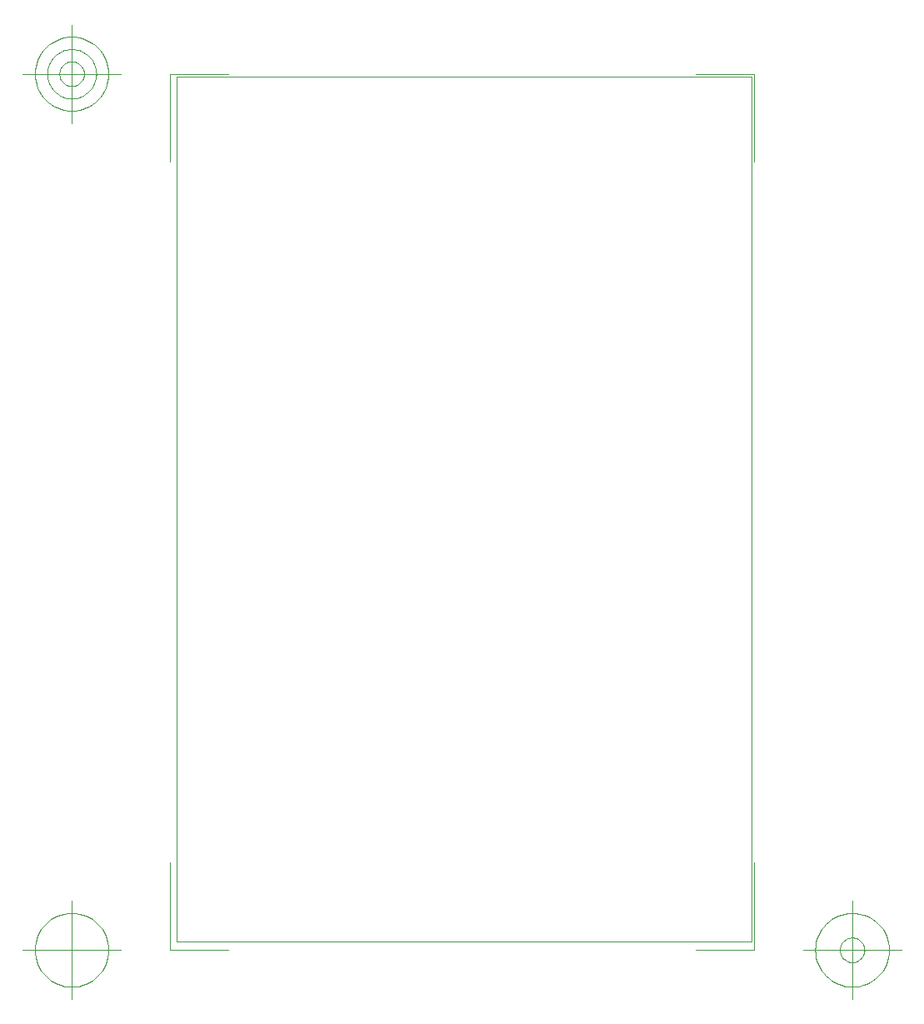
<source format=gbr>
G04 Generated by Ultiboard *
%FSLAX25Y25*%
%MOIN*%

%ADD10C,0.00004*%
%ADD11C,0.00394*%


G04 ColorRGB 00FFFF for the following layer *
%LNBoard Outline*%
%LPD*%
%FSLAX25Y25*%
%MOIN*%
G54D10*
X123000Y0D02*
X353000Y0D01*
X353000Y0D02*
X353000Y346000D01*
X353000Y346000D02*
X123000Y346000D01*
X123000Y346000D02*
X123000Y0D01*
G54D11*
X120500Y-3500D02*
X120500Y31550D01*
X120500Y-3500D02*
X143850Y-3500D01*
X354000Y-3500D02*
X330650Y-3500D01*
X354000Y-3500D02*
X354000Y31550D01*
X354000Y347000D02*
X354000Y311950D01*
X354000Y347000D02*
X330650Y347000D01*
X120500Y347000D02*
X143850Y347000D01*
X120500Y347000D02*
X120500Y311950D01*
X100815Y-3500D02*
X61445Y-3500D01*
X81130Y-23185D02*
X81130Y16185D01*
X95894Y-3500D02*
X95823Y-2053D01*
X95823Y-2053D02*
X95610Y-620D01*
X95610Y-620D02*
X95258Y786D01*
X95258Y786D02*
X94770Y2150D01*
X94770Y2150D02*
X94150Y3460D01*
X94150Y3460D02*
X93406Y4702D01*
X93406Y4702D02*
X92542Y5866D01*
X92542Y5866D02*
X91569Y6940D01*
X91569Y6940D02*
X90496Y7913D01*
X90496Y7913D02*
X89332Y8776D01*
X89332Y8776D02*
X88090Y9520D01*
X88090Y9520D02*
X86780Y10140D01*
X86780Y10140D02*
X85416Y10628D01*
X85416Y10628D02*
X84010Y10980D01*
X84010Y10980D02*
X82577Y11193D01*
X82577Y11193D02*
X81130Y11264D01*
X81130Y11264D02*
X79683Y11193D01*
X79683Y11193D02*
X78250Y10980D01*
X78250Y10980D02*
X76844Y10628D01*
X76844Y10628D02*
X75480Y10140D01*
X75480Y10140D02*
X74170Y9520D01*
X74170Y9520D02*
X72928Y8776D01*
X72928Y8776D02*
X71764Y7913D01*
X71764Y7913D02*
X70690Y6940D01*
X70690Y6940D02*
X69717Y5866D01*
X69717Y5866D02*
X68854Y4702D01*
X68854Y4702D02*
X68109Y3460D01*
X68109Y3460D02*
X67490Y2150D01*
X67490Y2150D02*
X67002Y786D01*
X67002Y786D02*
X66650Y-620D01*
X66650Y-620D02*
X66437Y-2053D01*
X66437Y-2053D02*
X66366Y-3500D01*
X66366Y-3500D02*
X66437Y-4947D01*
X66437Y-4947D02*
X66650Y-6380D01*
X66650Y-6380D02*
X67002Y-7786D01*
X67002Y-7786D02*
X67490Y-9150D01*
X67490Y-9150D02*
X68109Y-10460D01*
X68109Y-10460D02*
X68854Y-11702D01*
X68854Y-11702D02*
X69717Y-12866D01*
X69717Y-12866D02*
X70690Y-13940D01*
X70690Y-13940D02*
X71764Y-14913D01*
X71764Y-14913D02*
X72928Y-15776D01*
X72928Y-15776D02*
X74170Y-16520D01*
X74170Y-16520D02*
X75480Y-17140D01*
X75480Y-17140D02*
X76844Y-17628D01*
X76844Y-17628D02*
X78250Y-17980D01*
X78250Y-17980D02*
X79683Y-18193D01*
X79683Y-18193D02*
X81130Y-18264D01*
X81130Y-18264D02*
X82577Y-18193D01*
X82577Y-18193D02*
X84010Y-17980D01*
X84010Y-17980D02*
X85416Y-17628D01*
X85416Y-17628D02*
X86780Y-17140D01*
X86780Y-17140D02*
X88090Y-16520D01*
X88090Y-16520D02*
X89332Y-15776D01*
X89332Y-15776D02*
X90496Y-14913D01*
X90496Y-14913D02*
X91569Y-13940D01*
X91569Y-13940D02*
X92542Y-12866D01*
X92542Y-12866D02*
X93406Y-11702D01*
X93406Y-11702D02*
X94150Y-10460D01*
X94150Y-10460D02*
X94770Y-9150D01*
X94770Y-9150D02*
X95258Y-7786D01*
X95258Y-7786D02*
X95610Y-6380D01*
X95610Y-6380D02*
X95823Y-4947D01*
X95823Y-4947D02*
X95894Y-3500D01*
X373685Y-3500D02*
X413055Y-3500D01*
X393370Y-23185D02*
X393370Y16185D01*
X408134Y-3500D02*
X408063Y-2053D01*
X408063Y-2053D02*
X407850Y-620D01*
X407850Y-620D02*
X407498Y786D01*
X407498Y786D02*
X407010Y2150D01*
X407010Y2150D02*
X406391Y3460D01*
X406391Y3460D02*
X405646Y4702D01*
X405646Y4702D02*
X404783Y5866D01*
X404783Y5866D02*
X403810Y6940D01*
X403810Y6940D02*
X402736Y7913D01*
X402736Y7913D02*
X401572Y8776D01*
X401572Y8776D02*
X400330Y9520D01*
X400330Y9520D02*
X399020Y10140D01*
X399020Y10140D02*
X397656Y10628D01*
X397656Y10628D02*
X396250Y10980D01*
X396250Y10980D02*
X394817Y11193D01*
X394817Y11193D02*
X393370Y11264D01*
X393370Y11264D02*
X391923Y11193D01*
X391923Y11193D02*
X390490Y10980D01*
X390490Y10980D02*
X389084Y10628D01*
X389084Y10628D02*
X387720Y10140D01*
X387720Y10140D02*
X386410Y9520D01*
X386410Y9520D02*
X385168Y8776D01*
X385168Y8776D02*
X384004Y7913D01*
X384004Y7913D02*
X382931Y6940D01*
X382931Y6940D02*
X381958Y5866D01*
X381958Y5866D02*
X381094Y4702D01*
X381094Y4702D02*
X380350Y3460D01*
X380350Y3460D02*
X379730Y2150D01*
X379730Y2150D02*
X379242Y786D01*
X379242Y786D02*
X378890Y-620D01*
X378890Y-620D02*
X378677Y-2053D01*
X378677Y-2053D02*
X378606Y-3500D01*
X378606Y-3500D02*
X378677Y-4947D01*
X378677Y-4947D02*
X378890Y-6380D01*
X378890Y-6380D02*
X379242Y-7786D01*
X379242Y-7786D02*
X379730Y-9150D01*
X379730Y-9150D02*
X380350Y-10460D01*
X380350Y-10460D02*
X381094Y-11702D01*
X381094Y-11702D02*
X381958Y-12866D01*
X381958Y-12866D02*
X382931Y-13940D01*
X382931Y-13940D02*
X384004Y-14913D01*
X384004Y-14913D02*
X385168Y-15776D01*
X385168Y-15776D02*
X386410Y-16520D01*
X386410Y-16520D02*
X387720Y-17140D01*
X387720Y-17140D02*
X389084Y-17628D01*
X389084Y-17628D02*
X390490Y-17980D01*
X390490Y-17980D02*
X391923Y-18193D01*
X391923Y-18193D02*
X393370Y-18264D01*
X393370Y-18264D02*
X394817Y-18193D01*
X394817Y-18193D02*
X396250Y-17980D01*
X396250Y-17980D02*
X397656Y-17628D01*
X397656Y-17628D02*
X399020Y-17140D01*
X399020Y-17140D02*
X400330Y-16520D01*
X400330Y-16520D02*
X401572Y-15776D01*
X401572Y-15776D02*
X402736Y-14913D01*
X402736Y-14913D02*
X403810Y-13940D01*
X403810Y-13940D02*
X404783Y-12866D01*
X404783Y-12866D02*
X405646Y-11702D01*
X405646Y-11702D02*
X406391Y-10460D01*
X406391Y-10460D02*
X407010Y-9150D01*
X407010Y-9150D02*
X407498Y-7786D01*
X407498Y-7786D02*
X407850Y-6380D01*
X407850Y-6380D02*
X408063Y-4947D01*
X408063Y-4947D02*
X408134Y-3500D01*
X398291Y-3500D02*
X398268Y-3018D01*
X398268Y-3018D02*
X398197Y-2540D01*
X398197Y-2540D02*
X398079Y-2071D01*
X398079Y-2071D02*
X397917Y-1617D01*
X397917Y-1617D02*
X397710Y-1180D01*
X397710Y-1180D02*
X397462Y-766D01*
X397462Y-766D02*
X397174Y-378D01*
X397174Y-378D02*
X396850Y-20D01*
X396850Y-20D02*
X396492Y304D01*
X396492Y304D02*
X396104Y592D01*
X396104Y592D02*
X395690Y840D01*
X395690Y840D02*
X395253Y1047D01*
X395253Y1047D02*
X394799Y1209D01*
X394799Y1209D02*
X394330Y1327D01*
X394330Y1327D02*
X393852Y1398D01*
X393852Y1398D02*
X393370Y1421D01*
X393370Y1421D02*
X392888Y1398D01*
X392888Y1398D02*
X392410Y1327D01*
X392410Y1327D02*
X391942Y1209D01*
X391942Y1209D02*
X391487Y1047D01*
X391487Y1047D02*
X391050Y840D01*
X391050Y840D02*
X390636Y592D01*
X390636Y592D02*
X390248Y304D01*
X390248Y304D02*
X389890Y-20D01*
X389890Y-20D02*
X389566Y-378D01*
X389566Y-378D02*
X389278Y-766D01*
X389278Y-766D02*
X389030Y-1180D01*
X389030Y-1180D02*
X388823Y-1617D01*
X388823Y-1617D02*
X388661Y-2071D01*
X388661Y-2071D02*
X388543Y-2540D01*
X388543Y-2540D02*
X388473Y-3018D01*
X388473Y-3018D02*
X388449Y-3500D01*
X388449Y-3500D02*
X388473Y-3982D01*
X388473Y-3982D02*
X388543Y-4460D01*
X388543Y-4460D02*
X388661Y-4929D01*
X388661Y-4929D02*
X388823Y-5383D01*
X388823Y-5383D02*
X389030Y-5820D01*
X389030Y-5820D02*
X389278Y-6234D01*
X389278Y-6234D02*
X389566Y-6622D01*
X389566Y-6622D02*
X389890Y-6980D01*
X389890Y-6980D02*
X390248Y-7304D01*
X390248Y-7304D02*
X390636Y-7592D01*
X390636Y-7592D02*
X391050Y-7840D01*
X391050Y-7840D02*
X391487Y-8047D01*
X391487Y-8047D02*
X391942Y-8209D01*
X391942Y-8209D02*
X392410Y-8327D01*
X392410Y-8327D02*
X392888Y-8398D01*
X392888Y-8398D02*
X393370Y-8421D01*
X393370Y-8421D02*
X393852Y-8398D01*
X393852Y-8398D02*
X394330Y-8327D01*
X394330Y-8327D02*
X394799Y-8209D01*
X394799Y-8209D02*
X395253Y-8047D01*
X395253Y-8047D02*
X395690Y-7840D01*
X395690Y-7840D02*
X396104Y-7592D01*
X396104Y-7592D02*
X396492Y-7304D01*
X396492Y-7304D02*
X396850Y-6980D01*
X396850Y-6980D02*
X397174Y-6622D01*
X397174Y-6622D02*
X397462Y-6234D01*
X397462Y-6234D02*
X397710Y-5820D01*
X397710Y-5820D02*
X397917Y-5383D01*
X397917Y-5383D02*
X398079Y-4929D01*
X398079Y-4929D02*
X398197Y-4460D01*
X398197Y-4460D02*
X398268Y-3982D01*
X398268Y-3982D02*
X398291Y-3500D01*
X100815Y347000D02*
X61445Y347000D01*
X81130Y327315D02*
X81130Y366685D01*
X95894Y347000D02*
X95823Y348447D01*
X95823Y348447D02*
X95610Y349880D01*
X95610Y349880D02*
X95258Y351286D01*
X95258Y351286D02*
X94770Y352650D01*
X94770Y352650D02*
X94150Y353960D01*
X94150Y353960D02*
X93406Y355202D01*
X93406Y355202D02*
X92542Y356366D01*
X92542Y356366D02*
X91569Y357440D01*
X91569Y357440D02*
X90496Y358413D01*
X90496Y358413D02*
X89332Y359276D01*
X89332Y359276D02*
X88090Y360020D01*
X88090Y360020D02*
X86780Y360640D01*
X86780Y360640D02*
X85416Y361128D01*
X85416Y361128D02*
X84010Y361480D01*
X84010Y361480D02*
X82577Y361693D01*
X82577Y361693D02*
X81130Y361764D01*
X81130Y361764D02*
X79683Y361693D01*
X79683Y361693D02*
X78250Y361480D01*
X78250Y361480D02*
X76844Y361128D01*
X76844Y361128D02*
X75480Y360640D01*
X75480Y360640D02*
X74170Y360020D01*
X74170Y360020D02*
X72928Y359276D01*
X72928Y359276D02*
X71764Y358413D01*
X71764Y358413D02*
X70690Y357440D01*
X70690Y357440D02*
X69717Y356366D01*
X69717Y356366D02*
X68854Y355202D01*
X68854Y355202D02*
X68109Y353960D01*
X68109Y353960D02*
X67490Y352650D01*
X67490Y352650D02*
X67002Y351286D01*
X67002Y351286D02*
X66650Y349880D01*
X66650Y349880D02*
X66437Y348447D01*
X66437Y348447D02*
X66366Y347000D01*
X66366Y347000D02*
X66437Y345553D01*
X66437Y345553D02*
X66650Y344120D01*
X66650Y344120D02*
X67002Y342714D01*
X67002Y342714D02*
X67490Y341350D01*
X67490Y341350D02*
X68109Y340040D01*
X68109Y340040D02*
X68854Y338798D01*
X68854Y338798D02*
X69717Y337634D01*
X69717Y337634D02*
X70690Y336560D01*
X70690Y336560D02*
X71764Y335587D01*
X71764Y335587D02*
X72928Y334724D01*
X72928Y334724D02*
X74170Y333980D01*
X74170Y333980D02*
X75480Y333360D01*
X75480Y333360D02*
X76844Y332872D01*
X76844Y332872D02*
X78250Y332520D01*
X78250Y332520D02*
X79683Y332307D01*
X79683Y332307D02*
X81130Y332236D01*
X81130Y332236D02*
X82577Y332307D01*
X82577Y332307D02*
X84010Y332520D01*
X84010Y332520D02*
X85416Y332872D01*
X85416Y332872D02*
X86780Y333360D01*
X86780Y333360D02*
X88090Y333980D01*
X88090Y333980D02*
X89332Y334724D01*
X89332Y334724D02*
X90496Y335587D01*
X90496Y335587D02*
X91569Y336560D01*
X91569Y336560D02*
X92542Y337634D01*
X92542Y337634D02*
X93406Y338798D01*
X93406Y338798D02*
X94150Y340040D01*
X94150Y340040D02*
X94770Y341350D01*
X94770Y341350D02*
X95258Y342714D01*
X95258Y342714D02*
X95610Y344120D01*
X95610Y344120D02*
X95823Y345553D01*
X95823Y345553D02*
X95894Y347000D01*
X90972Y347000D02*
X90925Y347965D01*
X90925Y347965D02*
X90783Y348920D01*
X90783Y348920D02*
X90549Y349857D01*
X90549Y349857D02*
X90223Y350767D01*
X90223Y350767D02*
X89810Y351640D01*
X89810Y351640D02*
X89314Y352468D01*
X89314Y352468D02*
X88738Y353244D01*
X88738Y353244D02*
X88090Y353960D01*
X88090Y353960D02*
X87374Y354608D01*
X87374Y354608D02*
X86598Y355184D01*
X86598Y355184D02*
X85770Y355680D01*
X85770Y355680D02*
X84896Y356093D01*
X84896Y356093D02*
X83987Y356419D01*
X83987Y356419D02*
X83050Y356653D01*
X83050Y356653D02*
X82095Y356795D01*
X82095Y356795D02*
X81130Y356843D01*
X81130Y356843D02*
X80165Y356795D01*
X80165Y356795D02*
X79210Y356653D01*
X79210Y356653D02*
X78273Y356419D01*
X78273Y356419D02*
X77363Y356093D01*
X77363Y356093D02*
X76490Y355680D01*
X76490Y355680D02*
X75662Y355184D01*
X75662Y355184D02*
X74886Y354608D01*
X74886Y354608D02*
X74170Y353960D01*
X74170Y353960D02*
X73522Y353244D01*
X73522Y353244D02*
X72946Y352468D01*
X72946Y352468D02*
X72450Y351640D01*
X72450Y351640D02*
X72037Y350767D01*
X72037Y350767D02*
X71711Y349857D01*
X71711Y349857D02*
X71477Y348920D01*
X71477Y348920D02*
X71335Y347965D01*
X71335Y347965D02*
X71287Y347000D01*
X71287Y347000D02*
X71335Y346035D01*
X71335Y346035D02*
X71477Y345080D01*
X71477Y345080D02*
X71711Y344143D01*
X71711Y344143D02*
X72037Y343233D01*
X72037Y343233D02*
X72450Y342360D01*
X72450Y342360D02*
X72946Y341532D01*
X72946Y341532D02*
X73522Y340756D01*
X73522Y340756D02*
X74170Y340040D01*
X74170Y340040D02*
X74886Y339392D01*
X74886Y339392D02*
X75662Y338816D01*
X75662Y338816D02*
X76490Y338320D01*
X76490Y338320D02*
X77363Y337907D01*
X77363Y337907D02*
X78273Y337581D01*
X78273Y337581D02*
X79210Y337347D01*
X79210Y337347D02*
X80165Y337205D01*
X80165Y337205D02*
X81130Y337157D01*
X81130Y337157D02*
X82095Y337205D01*
X82095Y337205D02*
X83050Y337347D01*
X83050Y337347D02*
X83987Y337581D01*
X83987Y337581D02*
X84896Y337907D01*
X84896Y337907D02*
X85770Y338320D01*
X85770Y338320D02*
X86598Y338816D01*
X86598Y338816D02*
X87374Y339392D01*
X87374Y339392D02*
X88090Y340040D01*
X88090Y340040D02*
X88738Y340756D01*
X88738Y340756D02*
X89314Y341532D01*
X89314Y341532D02*
X89810Y342360D01*
X89810Y342360D02*
X90223Y343233D01*
X90223Y343233D02*
X90549Y344143D01*
X90549Y344143D02*
X90783Y345080D01*
X90783Y345080D02*
X90925Y346035D01*
X90925Y346035D02*
X90972Y347000D01*
X86051Y347000D02*
X86027Y347482D01*
X86027Y347482D02*
X85957Y347960D01*
X85957Y347960D02*
X85839Y348429D01*
X85839Y348429D02*
X85677Y348883D01*
X85677Y348883D02*
X85470Y349320D01*
X85470Y349320D02*
X85222Y349734D01*
X85222Y349734D02*
X84934Y350122D01*
X84934Y350122D02*
X84610Y350480D01*
X84610Y350480D02*
X84252Y350804D01*
X84252Y350804D02*
X83864Y351092D01*
X83864Y351092D02*
X83450Y351340D01*
X83450Y351340D02*
X83013Y351547D01*
X83013Y351547D02*
X82558Y351709D01*
X82558Y351709D02*
X82090Y351827D01*
X82090Y351827D02*
X81612Y351898D01*
X81612Y351898D02*
X81130Y351921D01*
X81130Y351921D02*
X80648Y351898D01*
X80648Y351898D02*
X80170Y351827D01*
X80170Y351827D02*
X79701Y351709D01*
X79701Y351709D02*
X79247Y351547D01*
X79247Y351547D02*
X78810Y351340D01*
X78810Y351340D02*
X78396Y351092D01*
X78396Y351092D02*
X78008Y350804D01*
X78008Y350804D02*
X77650Y350480D01*
X77650Y350480D02*
X77326Y350122D01*
X77326Y350122D02*
X77038Y349734D01*
X77038Y349734D02*
X76790Y349320D01*
X76790Y349320D02*
X76583Y348883D01*
X76583Y348883D02*
X76421Y348429D01*
X76421Y348429D02*
X76303Y347960D01*
X76303Y347960D02*
X76232Y347482D01*
X76232Y347482D02*
X76209Y347000D01*
X76209Y347000D02*
X76232Y346518D01*
X76232Y346518D02*
X76303Y346040D01*
X76303Y346040D02*
X76421Y345571D01*
X76421Y345571D02*
X76583Y345117D01*
X76583Y345117D02*
X76790Y344680D01*
X76790Y344680D02*
X77038Y344266D01*
X77038Y344266D02*
X77326Y343878D01*
X77326Y343878D02*
X77650Y343520D01*
X77650Y343520D02*
X78008Y343196D01*
X78008Y343196D02*
X78396Y342908D01*
X78396Y342908D02*
X78810Y342660D01*
X78810Y342660D02*
X79247Y342453D01*
X79247Y342453D02*
X79701Y342291D01*
X79701Y342291D02*
X80170Y342173D01*
X80170Y342173D02*
X80648Y342102D01*
X80648Y342102D02*
X81130Y342079D01*
X81130Y342079D02*
X81612Y342102D01*
X81612Y342102D02*
X82090Y342173D01*
X82090Y342173D02*
X82558Y342291D01*
X82558Y342291D02*
X83013Y342453D01*
X83013Y342453D02*
X83450Y342660D01*
X83450Y342660D02*
X83864Y342908D01*
X83864Y342908D02*
X84252Y343196D01*
X84252Y343196D02*
X84610Y343520D01*
X84610Y343520D02*
X84934Y343878D01*
X84934Y343878D02*
X85222Y344266D01*
X85222Y344266D02*
X85470Y344680D01*
X85470Y344680D02*
X85677Y345117D01*
X85677Y345117D02*
X85839Y345571D01*
X85839Y345571D02*
X85957Y346040D01*
X85957Y346040D02*
X86027Y346518D01*
X86027Y346518D02*
X86051Y347000D01*

M00*

</source>
